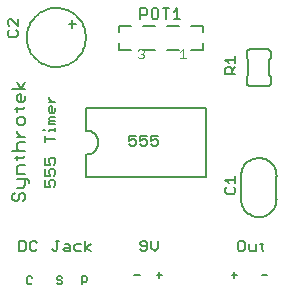
<source format=gto>
G75*
G70*
%OFA0B0*%
%FSLAX24Y24*%
%IPPOS*%
%LPD*%
%AMOC8*
5,1,8,0,0,1.08239X$1,22.5*
%
%ADD10C,0.0080*%
%ADD11C,0.0060*%
%ADD12C,0.0050*%
%ADD13C,0.0030*%
D10*
X000711Y003141D02*
X000781Y003141D01*
X000851Y003211D01*
X000851Y003351D01*
X000921Y003421D01*
X000991Y003421D01*
X001061Y003351D01*
X001061Y003211D01*
X000991Y003141D01*
X000711Y003141D02*
X000640Y003211D01*
X000640Y003351D01*
X000711Y003421D01*
X000781Y003601D02*
X000991Y003601D01*
X001061Y003671D01*
X001061Y003881D01*
X001131Y003881D02*
X001201Y003811D01*
X001201Y003741D01*
X001131Y003881D02*
X000781Y003881D01*
X000781Y004061D02*
X000781Y004272D01*
X000851Y004342D01*
X001061Y004342D01*
X000991Y004592D02*
X000711Y004592D01*
X000781Y004522D02*
X000781Y004662D01*
X000851Y004829D02*
X000781Y004899D01*
X000781Y005039D01*
X000851Y005109D01*
X001061Y005109D01*
X001061Y005289D02*
X000781Y005289D01*
X000921Y005289D02*
X000781Y005429D01*
X000781Y005499D01*
X000851Y005673D02*
X000991Y005673D01*
X001061Y005743D01*
X001061Y005883D01*
X000991Y005953D01*
X000851Y005953D01*
X000781Y005883D01*
X000781Y005743D01*
X000851Y005673D01*
X000781Y006133D02*
X000781Y006273D01*
X000711Y006203D02*
X000991Y006203D01*
X001061Y006273D01*
X000991Y006440D02*
X000851Y006440D01*
X000781Y006510D01*
X000781Y006650D01*
X000851Y006720D01*
X000921Y006720D01*
X000921Y006440D01*
X000991Y006440D02*
X001061Y006510D01*
X001061Y006650D01*
X001061Y006900D02*
X000640Y006900D01*
X000781Y007110D02*
X000921Y006900D01*
X001061Y007110D01*
X001061Y004829D02*
X000640Y004829D01*
X000991Y004592D02*
X001061Y004662D01*
X001061Y004061D02*
X000781Y004061D01*
X008260Y003994D02*
X008260Y003207D01*
X009441Y003207D02*
X009441Y003994D01*
D11*
X008851Y004585D02*
X008805Y004583D01*
X008759Y004578D01*
X008713Y004569D01*
X008668Y004556D01*
X008625Y004540D01*
X008583Y004521D01*
X008542Y004498D01*
X008504Y004472D01*
X008467Y004443D01*
X008433Y004412D01*
X008402Y004378D01*
X008373Y004341D01*
X008347Y004303D01*
X008324Y004262D01*
X008305Y004220D01*
X008289Y004177D01*
X008276Y004132D01*
X008267Y004086D01*
X008262Y004040D01*
X008260Y003994D01*
X008071Y003976D02*
X008071Y003749D01*
X008071Y003863D02*
X007731Y003863D01*
X007844Y003749D01*
X007787Y003608D02*
X007731Y003551D01*
X007731Y003437D01*
X007787Y003381D01*
X008014Y003381D01*
X008071Y003437D01*
X008071Y003551D01*
X008014Y003608D01*
X008851Y004585D02*
X008897Y004583D01*
X008943Y004578D01*
X008989Y004569D01*
X009034Y004556D01*
X009077Y004540D01*
X009119Y004521D01*
X009160Y004498D01*
X009198Y004472D01*
X009235Y004443D01*
X009269Y004412D01*
X009300Y004378D01*
X009329Y004341D01*
X009355Y004303D01*
X009378Y004262D01*
X009397Y004220D01*
X009413Y004177D01*
X009426Y004132D01*
X009435Y004086D01*
X009440Y004040D01*
X009442Y003994D01*
X008260Y003207D02*
X008262Y003161D01*
X008267Y003115D01*
X008276Y003069D01*
X008289Y003024D01*
X008305Y002981D01*
X008324Y002939D01*
X008347Y002898D01*
X008373Y002860D01*
X008402Y002823D01*
X008433Y002789D01*
X008467Y002758D01*
X008504Y002729D01*
X008542Y002703D01*
X008583Y002680D01*
X008625Y002661D01*
X008668Y002645D01*
X008713Y002632D01*
X008759Y002623D01*
X008805Y002618D01*
X008851Y002616D01*
X008897Y002618D01*
X008943Y002623D01*
X008989Y002632D01*
X009034Y002645D01*
X009077Y002661D01*
X009119Y002680D01*
X009160Y002703D01*
X009198Y002729D01*
X009235Y002758D01*
X009269Y002789D01*
X009300Y002823D01*
X009329Y002860D01*
X009355Y002898D01*
X009378Y002939D01*
X009397Y002981D01*
X009413Y003024D01*
X009426Y003069D01*
X009435Y003115D01*
X009440Y003161D01*
X009442Y003207D01*
X008942Y001764D02*
X008942Y001537D01*
X008999Y001481D01*
X008999Y001708D02*
X008885Y001708D01*
X008744Y001708D02*
X008744Y001481D01*
X008574Y001481D01*
X008517Y001537D01*
X008517Y001708D01*
X008375Y001764D02*
X008375Y001537D01*
X008319Y001481D01*
X008205Y001481D01*
X008149Y001537D01*
X008149Y001764D01*
X008205Y001821D01*
X008319Y001821D01*
X008375Y001764D01*
X007101Y003951D02*
X007101Y006251D01*
X003101Y006251D01*
X003101Y005501D01*
X003140Y005499D01*
X003179Y005493D01*
X003217Y005484D01*
X003254Y005471D01*
X003290Y005454D01*
X003323Y005434D01*
X003355Y005410D01*
X003384Y005384D01*
X003410Y005355D01*
X003434Y005323D01*
X003454Y005290D01*
X003471Y005254D01*
X003484Y005217D01*
X003493Y005179D01*
X003499Y005140D01*
X003501Y005101D01*
X003499Y005062D01*
X003493Y005023D01*
X003484Y004985D01*
X003471Y004948D01*
X003454Y004912D01*
X003434Y004879D01*
X003410Y004847D01*
X003384Y004818D01*
X003355Y004792D01*
X003323Y004768D01*
X003290Y004748D01*
X003254Y004731D01*
X003217Y004718D01*
X003179Y004709D01*
X003140Y004703D01*
X003101Y004701D01*
X003101Y003951D01*
X007101Y003951D01*
X005489Y005037D02*
X005433Y004981D01*
X005319Y004981D01*
X005262Y005037D01*
X005262Y005151D02*
X005376Y005208D01*
X005433Y005208D01*
X005489Y005151D01*
X005489Y005037D01*
X005262Y005151D02*
X005262Y005321D01*
X005489Y005321D01*
X005121Y005321D02*
X004894Y005321D01*
X004894Y005151D01*
X005008Y005208D01*
X005064Y005208D01*
X005121Y005151D01*
X005121Y005037D01*
X005064Y004981D01*
X004951Y004981D01*
X004894Y005037D01*
X004753Y005037D02*
X004696Y004981D01*
X004583Y004981D01*
X004526Y005037D01*
X004526Y005151D02*
X004639Y005208D01*
X004696Y005208D01*
X004753Y005151D01*
X004753Y005037D01*
X004526Y005151D02*
X004526Y005321D01*
X004753Y005321D01*
X002071Y005217D02*
X001731Y005217D01*
X001731Y005104D02*
X001731Y005331D01*
X001844Y005472D02*
X001844Y005529D01*
X002071Y005529D01*
X002071Y005472D02*
X002071Y005586D01*
X002071Y005718D02*
X001844Y005718D01*
X001844Y005775D01*
X001901Y005831D01*
X001844Y005888D01*
X001901Y005945D01*
X002071Y005945D01*
X002071Y005831D02*
X001901Y005831D01*
X001901Y006086D02*
X001844Y006143D01*
X001844Y006256D01*
X001901Y006313D01*
X001957Y006313D01*
X001957Y006086D01*
X001901Y006086D02*
X002014Y006086D01*
X002071Y006143D01*
X002071Y006256D01*
X002071Y006454D02*
X001844Y006454D01*
X001957Y006454D02*
X001844Y006568D01*
X001844Y006625D01*
X001731Y005529D02*
X001674Y005529D01*
X001731Y004594D02*
X001731Y004367D01*
X001901Y004367D01*
X001844Y004481D01*
X001844Y004538D01*
X001901Y004594D01*
X002014Y004594D01*
X002071Y004538D01*
X002071Y004424D01*
X002014Y004367D01*
X002014Y004226D02*
X001901Y004226D01*
X001844Y004169D01*
X001844Y004113D01*
X001901Y003999D01*
X001731Y003999D01*
X001731Y004226D01*
X002014Y004226D02*
X002071Y004169D01*
X002071Y004056D01*
X002014Y003999D01*
X002014Y003858D02*
X001901Y003858D01*
X001844Y003801D01*
X001844Y003744D01*
X001901Y003631D01*
X001731Y003631D01*
X001731Y003858D01*
X002014Y003858D02*
X002071Y003801D01*
X002071Y003687D01*
X002014Y003631D01*
X002082Y001821D02*
X002196Y001821D01*
X002139Y001821D02*
X002139Y001537D01*
X002082Y001481D01*
X002026Y001481D01*
X001969Y001537D01*
X002337Y001537D02*
X002394Y001594D01*
X002564Y001594D01*
X002564Y001651D02*
X002564Y001481D01*
X002394Y001481D01*
X002337Y001537D01*
X002394Y001708D02*
X002507Y001708D01*
X002564Y001651D01*
X002706Y001651D02*
X002706Y001537D01*
X002762Y001481D01*
X002932Y001481D01*
X003074Y001481D02*
X003074Y001821D01*
X002932Y001708D02*
X002762Y001708D01*
X002706Y001651D01*
X003074Y001594D02*
X003244Y001708D01*
X003074Y001594D02*
X003244Y001481D01*
X004894Y001537D02*
X004951Y001481D01*
X005064Y001481D01*
X005121Y001537D01*
X005121Y001764D01*
X005064Y001821D01*
X004951Y001821D01*
X004894Y001764D01*
X004894Y001708D01*
X004951Y001651D01*
X005121Y001651D01*
X005262Y001594D02*
X005376Y001481D01*
X005489Y001594D01*
X005489Y001821D01*
X005262Y001821D02*
X005262Y001594D01*
X001459Y001537D02*
X001402Y001481D01*
X001289Y001481D01*
X001232Y001537D01*
X001232Y001764D01*
X001289Y001821D01*
X001402Y001821D01*
X001459Y001764D01*
X001091Y001764D02*
X001091Y001537D01*
X001034Y001481D01*
X000864Y001481D01*
X000864Y001821D01*
X001034Y001821D01*
X001091Y001764D01*
X007731Y007381D02*
X007731Y007551D01*
X007787Y007608D01*
X007901Y007608D01*
X007957Y007551D01*
X007957Y007381D01*
X007957Y007494D02*
X008071Y007608D01*
X008071Y007749D02*
X008071Y007976D01*
X008071Y007863D02*
X007731Y007863D01*
X007844Y007749D01*
X007731Y007381D02*
X008071Y007381D01*
X008451Y007294D02*
X008451Y007094D01*
X008453Y007077D01*
X008457Y007060D01*
X008464Y007044D01*
X008474Y007030D01*
X008487Y007017D01*
X008501Y007007D01*
X008517Y007000D01*
X008534Y006996D01*
X008551Y006994D01*
X009151Y006994D01*
X009168Y006996D01*
X009185Y007000D01*
X009201Y007007D01*
X009215Y007017D01*
X009228Y007030D01*
X009238Y007044D01*
X009245Y007060D01*
X009249Y007077D01*
X009251Y007094D01*
X009251Y007294D01*
X009201Y007344D01*
X009201Y007857D01*
X009251Y007907D01*
X009251Y008107D01*
X009249Y008124D01*
X009245Y008141D01*
X009238Y008157D01*
X009228Y008171D01*
X009215Y008184D01*
X009201Y008194D01*
X009185Y008201D01*
X009168Y008205D01*
X009151Y008207D01*
X008551Y008207D01*
X008534Y008205D01*
X008517Y008201D01*
X008501Y008194D01*
X008487Y008184D01*
X008474Y008171D01*
X008464Y008157D01*
X008457Y008141D01*
X008453Y008124D01*
X008451Y008107D01*
X008451Y007907D01*
X008501Y007857D01*
X008501Y007344D01*
X008451Y007294D01*
X006239Y009231D02*
X006012Y009231D01*
X006126Y009231D02*
X006126Y009571D01*
X006012Y009458D01*
X005871Y009571D02*
X005644Y009571D01*
X005758Y009571D02*
X005758Y009231D01*
X005503Y009287D02*
X005503Y009514D01*
X005446Y009571D01*
X005333Y009571D01*
X005276Y009514D01*
X005276Y009287D01*
X005333Y009231D01*
X005446Y009231D01*
X005503Y009287D01*
X005134Y009401D02*
X005078Y009344D01*
X004908Y009344D01*
X004908Y009231D02*
X004908Y009571D01*
X005078Y009571D01*
X005134Y009514D01*
X005134Y009401D01*
X002761Y009051D02*
X002511Y009051D01*
X002641Y008921D02*
X002641Y009181D01*
X001117Y008601D02*
X001119Y008663D01*
X001125Y008726D01*
X001135Y008787D01*
X001149Y008848D01*
X001166Y008908D01*
X001187Y008967D01*
X001213Y009024D01*
X001241Y009079D01*
X001273Y009133D01*
X001309Y009184D01*
X001347Y009234D01*
X001389Y009280D01*
X001433Y009324D01*
X001481Y009365D01*
X001530Y009403D01*
X001582Y009437D01*
X001636Y009468D01*
X001692Y009496D01*
X001750Y009520D01*
X001809Y009541D01*
X001869Y009557D01*
X001930Y009570D01*
X001992Y009579D01*
X002054Y009584D01*
X002117Y009585D01*
X002179Y009582D01*
X002241Y009575D01*
X002303Y009564D01*
X002363Y009549D01*
X002423Y009531D01*
X002481Y009509D01*
X002538Y009483D01*
X002593Y009453D01*
X002646Y009420D01*
X002697Y009384D01*
X002745Y009345D01*
X002791Y009302D01*
X002834Y009257D01*
X002874Y009209D01*
X002911Y009159D01*
X002945Y009106D01*
X002976Y009052D01*
X003002Y008996D01*
X003026Y008938D01*
X003045Y008878D01*
X003061Y008818D01*
X003073Y008756D01*
X003081Y008695D01*
X003085Y008632D01*
X003085Y008570D01*
X003081Y008507D01*
X003073Y008446D01*
X003061Y008384D01*
X003045Y008324D01*
X003026Y008264D01*
X003002Y008206D01*
X002976Y008150D01*
X002945Y008096D01*
X002911Y008043D01*
X002874Y007993D01*
X002834Y007945D01*
X002791Y007900D01*
X002745Y007857D01*
X002697Y007818D01*
X002646Y007782D01*
X002593Y007749D01*
X002538Y007719D01*
X002481Y007693D01*
X002423Y007671D01*
X002363Y007653D01*
X002303Y007638D01*
X002241Y007627D01*
X002179Y007620D01*
X002117Y007617D01*
X002054Y007618D01*
X001992Y007623D01*
X001930Y007632D01*
X001869Y007645D01*
X001809Y007661D01*
X001750Y007682D01*
X001692Y007706D01*
X001636Y007734D01*
X001582Y007765D01*
X001530Y007799D01*
X001481Y007837D01*
X001433Y007878D01*
X001389Y007922D01*
X001347Y007968D01*
X001309Y008018D01*
X001273Y008069D01*
X001241Y008123D01*
X001213Y008178D01*
X001187Y008235D01*
X001166Y008294D01*
X001149Y008354D01*
X001135Y008415D01*
X001125Y008476D01*
X001119Y008539D01*
X001117Y008601D01*
X000821Y008687D02*
X000821Y008801D01*
X000764Y008858D01*
X000821Y008687D02*
X000764Y008631D01*
X000537Y008631D01*
X000481Y008687D01*
X000481Y008801D01*
X000537Y008858D01*
X000537Y008999D02*
X000481Y009056D01*
X000481Y009169D01*
X000537Y009226D01*
X000594Y009226D01*
X000821Y008999D01*
X000821Y009226D01*
D12*
X001126Y000421D02*
X001171Y000376D01*
X001261Y000376D01*
X001306Y000421D01*
X001306Y000601D02*
X001261Y000646D01*
X001171Y000646D01*
X001126Y000601D01*
X001126Y000421D01*
X002126Y000421D02*
X002171Y000376D01*
X002261Y000376D01*
X002306Y000421D01*
X002306Y000466D01*
X002261Y000511D01*
X002171Y000511D01*
X002126Y000556D01*
X002126Y000601D01*
X002171Y000646D01*
X002261Y000646D01*
X002306Y000601D01*
X002951Y000646D02*
X002951Y000376D01*
X002951Y000466D02*
X003086Y000466D01*
X003131Y000511D01*
X003131Y000601D01*
X003086Y000646D01*
X002951Y000646D01*
X004701Y000686D02*
X004881Y000686D01*
X005451Y000686D02*
X005631Y000686D01*
X005541Y000776D02*
X005541Y000596D01*
X007951Y000686D02*
X008131Y000686D01*
X008041Y000776D02*
X008041Y000596D01*
X008951Y000686D02*
X009131Y000686D01*
X007001Y008201D02*
X006596Y008201D01*
X007001Y008201D02*
X007001Y008404D01*
X007001Y008798D02*
X007001Y009001D01*
X006596Y009001D01*
X006202Y009001D02*
X005798Y009001D01*
X005404Y009001D02*
X004999Y009001D01*
X004606Y009001D02*
X004201Y009001D01*
X004201Y008798D01*
X004201Y008404D02*
X004201Y008201D01*
X004606Y008201D01*
X004999Y008201D02*
X005404Y008201D01*
X005798Y008201D02*
X006202Y008201D01*
D13*
X006216Y008109D02*
X006313Y008206D01*
X006313Y007916D01*
X006409Y007916D02*
X006216Y007916D01*
X005009Y007964D02*
X004961Y007916D01*
X004864Y007916D01*
X004816Y007964D01*
X004913Y008061D02*
X004961Y008061D01*
X005009Y008013D01*
X005009Y007964D01*
X004961Y008061D02*
X005009Y008109D01*
X005009Y008158D01*
X004961Y008206D01*
X004864Y008206D01*
X004816Y008158D01*
M02*

</source>
